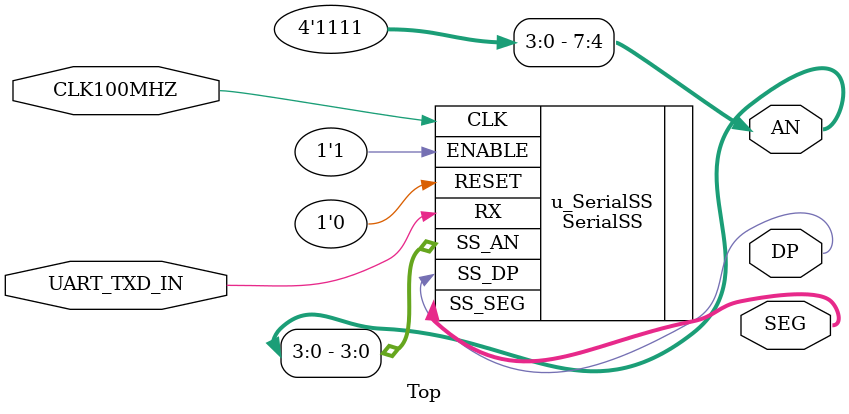
<source format=v>
module Top(
           input        CLK100MHZ,
           input        UART_TXD_IN,
           output [7:0] AN,
           output [6:0] SEG,
           output       DP      
           );

   assign AN[7:4] = 4'b1111;
   
   SerialSS u_SerialSS
     (.CLK(CLK100MHZ),
      .RESET(1'b0),
      .ENABLE(1'b1),
      .RX(UART_TXD_IN),
      .SS_AN(AN[3:0]),
      .SS_SEG(SEG[6:0]),
      .SS_DP(DP)
      );
   
endmodule

</source>
